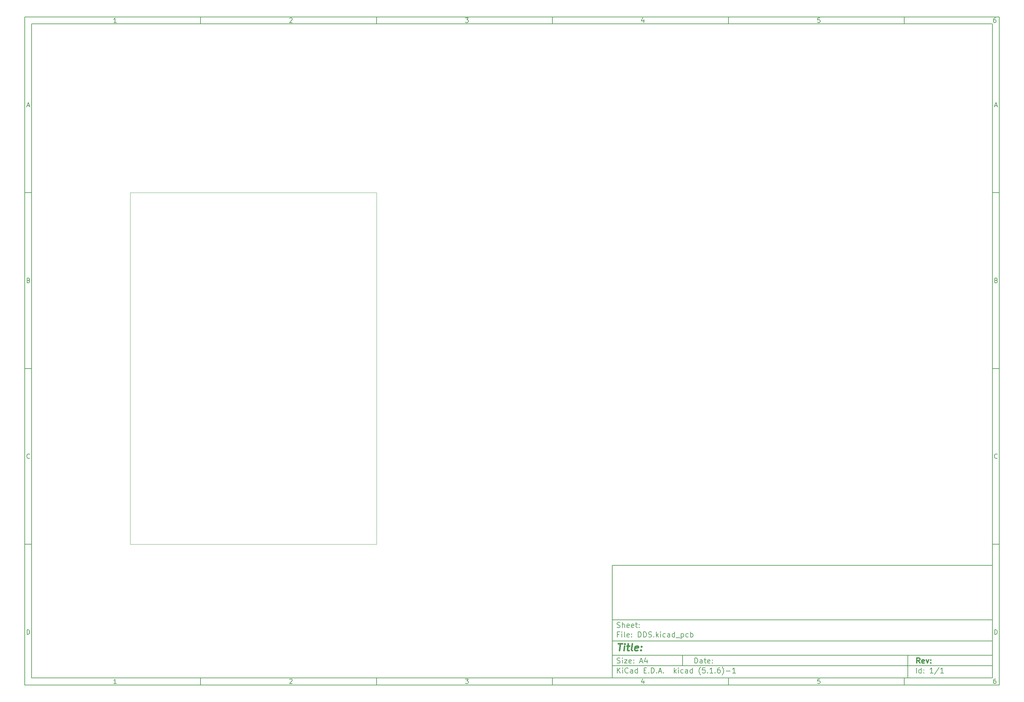
<source format=gbr>
%TF.GenerationSoftware,KiCad,Pcbnew,(5.1.6)-1*%
%TF.CreationDate,2020-10-26T13:42:29-06:00*%
%TF.ProjectId,DDS,4444532e-6b69-4636-9164-5f7063625858,rev?*%
%TF.SameCoordinates,Original*%
%TF.FileFunction,Profile,NP*%
%FSLAX46Y46*%
G04 Gerber Fmt 4.6, Leading zero omitted, Abs format (unit mm)*
G04 Created by KiCad (PCBNEW (5.1.6)-1) date 2020-10-26 13:42:29*
%MOMM*%
%LPD*%
G01*
G04 APERTURE LIST*
%ADD10C,0.100000*%
%ADD11C,0.150000*%
%ADD12C,0.300000*%
%ADD13C,0.400000*%
%TA.AperFunction,Profile*%
%ADD14C,0.050000*%
%TD*%
G04 APERTURE END LIST*
D10*
D11*
X177002200Y-166007200D02*
X177002200Y-198007200D01*
X285002200Y-198007200D01*
X285002200Y-166007200D01*
X177002200Y-166007200D01*
D10*
D11*
X10000000Y-10000000D02*
X10000000Y-200007200D01*
X287002200Y-200007200D01*
X287002200Y-10000000D01*
X10000000Y-10000000D01*
D10*
D11*
X12000000Y-12000000D02*
X12000000Y-198007200D01*
X285002200Y-198007200D01*
X285002200Y-12000000D01*
X12000000Y-12000000D01*
D10*
D11*
X60000000Y-12000000D02*
X60000000Y-10000000D01*
D10*
D11*
X110000000Y-12000000D02*
X110000000Y-10000000D01*
D10*
D11*
X160000000Y-12000000D02*
X160000000Y-10000000D01*
D10*
D11*
X210000000Y-12000000D02*
X210000000Y-10000000D01*
D10*
D11*
X260000000Y-12000000D02*
X260000000Y-10000000D01*
D10*
D11*
X36065476Y-11588095D02*
X35322619Y-11588095D01*
X35694047Y-11588095D02*
X35694047Y-10288095D01*
X35570238Y-10473809D01*
X35446428Y-10597619D01*
X35322619Y-10659523D01*
D10*
D11*
X85322619Y-10411904D02*
X85384523Y-10350000D01*
X85508333Y-10288095D01*
X85817857Y-10288095D01*
X85941666Y-10350000D01*
X86003571Y-10411904D01*
X86065476Y-10535714D01*
X86065476Y-10659523D01*
X86003571Y-10845238D01*
X85260714Y-11588095D01*
X86065476Y-11588095D01*
D10*
D11*
X135260714Y-10288095D02*
X136065476Y-10288095D01*
X135632142Y-10783333D01*
X135817857Y-10783333D01*
X135941666Y-10845238D01*
X136003571Y-10907142D01*
X136065476Y-11030952D01*
X136065476Y-11340476D01*
X136003571Y-11464285D01*
X135941666Y-11526190D01*
X135817857Y-11588095D01*
X135446428Y-11588095D01*
X135322619Y-11526190D01*
X135260714Y-11464285D01*
D10*
D11*
X185941666Y-10721428D02*
X185941666Y-11588095D01*
X185632142Y-10226190D02*
X185322619Y-11154761D01*
X186127380Y-11154761D01*
D10*
D11*
X236003571Y-10288095D02*
X235384523Y-10288095D01*
X235322619Y-10907142D01*
X235384523Y-10845238D01*
X235508333Y-10783333D01*
X235817857Y-10783333D01*
X235941666Y-10845238D01*
X236003571Y-10907142D01*
X236065476Y-11030952D01*
X236065476Y-11340476D01*
X236003571Y-11464285D01*
X235941666Y-11526190D01*
X235817857Y-11588095D01*
X235508333Y-11588095D01*
X235384523Y-11526190D01*
X235322619Y-11464285D01*
D10*
D11*
X285941666Y-10288095D02*
X285694047Y-10288095D01*
X285570238Y-10350000D01*
X285508333Y-10411904D01*
X285384523Y-10597619D01*
X285322619Y-10845238D01*
X285322619Y-11340476D01*
X285384523Y-11464285D01*
X285446428Y-11526190D01*
X285570238Y-11588095D01*
X285817857Y-11588095D01*
X285941666Y-11526190D01*
X286003571Y-11464285D01*
X286065476Y-11340476D01*
X286065476Y-11030952D01*
X286003571Y-10907142D01*
X285941666Y-10845238D01*
X285817857Y-10783333D01*
X285570238Y-10783333D01*
X285446428Y-10845238D01*
X285384523Y-10907142D01*
X285322619Y-11030952D01*
D10*
D11*
X60000000Y-198007200D02*
X60000000Y-200007200D01*
D10*
D11*
X110000000Y-198007200D02*
X110000000Y-200007200D01*
D10*
D11*
X160000000Y-198007200D02*
X160000000Y-200007200D01*
D10*
D11*
X210000000Y-198007200D02*
X210000000Y-200007200D01*
D10*
D11*
X260000000Y-198007200D02*
X260000000Y-200007200D01*
D10*
D11*
X36065476Y-199595295D02*
X35322619Y-199595295D01*
X35694047Y-199595295D02*
X35694047Y-198295295D01*
X35570238Y-198481009D01*
X35446428Y-198604819D01*
X35322619Y-198666723D01*
D10*
D11*
X85322619Y-198419104D02*
X85384523Y-198357200D01*
X85508333Y-198295295D01*
X85817857Y-198295295D01*
X85941666Y-198357200D01*
X86003571Y-198419104D01*
X86065476Y-198542914D01*
X86065476Y-198666723D01*
X86003571Y-198852438D01*
X85260714Y-199595295D01*
X86065476Y-199595295D01*
D10*
D11*
X135260714Y-198295295D02*
X136065476Y-198295295D01*
X135632142Y-198790533D01*
X135817857Y-198790533D01*
X135941666Y-198852438D01*
X136003571Y-198914342D01*
X136065476Y-199038152D01*
X136065476Y-199347676D01*
X136003571Y-199471485D01*
X135941666Y-199533390D01*
X135817857Y-199595295D01*
X135446428Y-199595295D01*
X135322619Y-199533390D01*
X135260714Y-199471485D01*
D10*
D11*
X185941666Y-198728628D02*
X185941666Y-199595295D01*
X185632142Y-198233390D02*
X185322619Y-199161961D01*
X186127380Y-199161961D01*
D10*
D11*
X236003571Y-198295295D02*
X235384523Y-198295295D01*
X235322619Y-198914342D01*
X235384523Y-198852438D01*
X235508333Y-198790533D01*
X235817857Y-198790533D01*
X235941666Y-198852438D01*
X236003571Y-198914342D01*
X236065476Y-199038152D01*
X236065476Y-199347676D01*
X236003571Y-199471485D01*
X235941666Y-199533390D01*
X235817857Y-199595295D01*
X235508333Y-199595295D01*
X235384523Y-199533390D01*
X235322619Y-199471485D01*
D10*
D11*
X285941666Y-198295295D02*
X285694047Y-198295295D01*
X285570238Y-198357200D01*
X285508333Y-198419104D01*
X285384523Y-198604819D01*
X285322619Y-198852438D01*
X285322619Y-199347676D01*
X285384523Y-199471485D01*
X285446428Y-199533390D01*
X285570238Y-199595295D01*
X285817857Y-199595295D01*
X285941666Y-199533390D01*
X286003571Y-199471485D01*
X286065476Y-199347676D01*
X286065476Y-199038152D01*
X286003571Y-198914342D01*
X285941666Y-198852438D01*
X285817857Y-198790533D01*
X285570238Y-198790533D01*
X285446428Y-198852438D01*
X285384523Y-198914342D01*
X285322619Y-199038152D01*
D10*
D11*
X10000000Y-60000000D02*
X12000000Y-60000000D01*
D10*
D11*
X10000000Y-110000000D02*
X12000000Y-110000000D01*
D10*
D11*
X10000000Y-160000000D02*
X12000000Y-160000000D01*
D10*
D11*
X10690476Y-35216666D02*
X11309523Y-35216666D01*
X10566666Y-35588095D02*
X11000000Y-34288095D01*
X11433333Y-35588095D01*
D10*
D11*
X11092857Y-84907142D02*
X11278571Y-84969047D01*
X11340476Y-85030952D01*
X11402380Y-85154761D01*
X11402380Y-85340476D01*
X11340476Y-85464285D01*
X11278571Y-85526190D01*
X11154761Y-85588095D01*
X10659523Y-85588095D01*
X10659523Y-84288095D01*
X11092857Y-84288095D01*
X11216666Y-84350000D01*
X11278571Y-84411904D01*
X11340476Y-84535714D01*
X11340476Y-84659523D01*
X11278571Y-84783333D01*
X11216666Y-84845238D01*
X11092857Y-84907142D01*
X10659523Y-84907142D01*
D10*
D11*
X11402380Y-135464285D02*
X11340476Y-135526190D01*
X11154761Y-135588095D01*
X11030952Y-135588095D01*
X10845238Y-135526190D01*
X10721428Y-135402380D01*
X10659523Y-135278571D01*
X10597619Y-135030952D01*
X10597619Y-134845238D01*
X10659523Y-134597619D01*
X10721428Y-134473809D01*
X10845238Y-134350000D01*
X11030952Y-134288095D01*
X11154761Y-134288095D01*
X11340476Y-134350000D01*
X11402380Y-134411904D01*
D10*
D11*
X10659523Y-185588095D02*
X10659523Y-184288095D01*
X10969047Y-184288095D01*
X11154761Y-184350000D01*
X11278571Y-184473809D01*
X11340476Y-184597619D01*
X11402380Y-184845238D01*
X11402380Y-185030952D01*
X11340476Y-185278571D01*
X11278571Y-185402380D01*
X11154761Y-185526190D01*
X10969047Y-185588095D01*
X10659523Y-185588095D01*
D10*
D11*
X287002200Y-60000000D02*
X285002200Y-60000000D01*
D10*
D11*
X287002200Y-110000000D02*
X285002200Y-110000000D01*
D10*
D11*
X287002200Y-160000000D02*
X285002200Y-160000000D01*
D10*
D11*
X285692676Y-35216666D02*
X286311723Y-35216666D01*
X285568866Y-35588095D02*
X286002200Y-34288095D01*
X286435533Y-35588095D01*
D10*
D11*
X286095057Y-84907142D02*
X286280771Y-84969047D01*
X286342676Y-85030952D01*
X286404580Y-85154761D01*
X286404580Y-85340476D01*
X286342676Y-85464285D01*
X286280771Y-85526190D01*
X286156961Y-85588095D01*
X285661723Y-85588095D01*
X285661723Y-84288095D01*
X286095057Y-84288095D01*
X286218866Y-84350000D01*
X286280771Y-84411904D01*
X286342676Y-84535714D01*
X286342676Y-84659523D01*
X286280771Y-84783333D01*
X286218866Y-84845238D01*
X286095057Y-84907142D01*
X285661723Y-84907142D01*
D10*
D11*
X286404580Y-135464285D02*
X286342676Y-135526190D01*
X286156961Y-135588095D01*
X286033152Y-135588095D01*
X285847438Y-135526190D01*
X285723628Y-135402380D01*
X285661723Y-135278571D01*
X285599819Y-135030952D01*
X285599819Y-134845238D01*
X285661723Y-134597619D01*
X285723628Y-134473809D01*
X285847438Y-134350000D01*
X286033152Y-134288095D01*
X286156961Y-134288095D01*
X286342676Y-134350000D01*
X286404580Y-134411904D01*
D10*
D11*
X285661723Y-185588095D02*
X285661723Y-184288095D01*
X285971247Y-184288095D01*
X286156961Y-184350000D01*
X286280771Y-184473809D01*
X286342676Y-184597619D01*
X286404580Y-184845238D01*
X286404580Y-185030952D01*
X286342676Y-185278571D01*
X286280771Y-185402380D01*
X286156961Y-185526190D01*
X285971247Y-185588095D01*
X285661723Y-185588095D01*
D10*
D11*
X200434342Y-193785771D02*
X200434342Y-192285771D01*
X200791485Y-192285771D01*
X201005771Y-192357200D01*
X201148628Y-192500057D01*
X201220057Y-192642914D01*
X201291485Y-192928628D01*
X201291485Y-193142914D01*
X201220057Y-193428628D01*
X201148628Y-193571485D01*
X201005771Y-193714342D01*
X200791485Y-193785771D01*
X200434342Y-193785771D01*
X202577200Y-193785771D02*
X202577200Y-193000057D01*
X202505771Y-192857200D01*
X202362914Y-192785771D01*
X202077200Y-192785771D01*
X201934342Y-192857200D01*
X202577200Y-193714342D02*
X202434342Y-193785771D01*
X202077200Y-193785771D01*
X201934342Y-193714342D01*
X201862914Y-193571485D01*
X201862914Y-193428628D01*
X201934342Y-193285771D01*
X202077200Y-193214342D01*
X202434342Y-193214342D01*
X202577200Y-193142914D01*
X203077200Y-192785771D02*
X203648628Y-192785771D01*
X203291485Y-192285771D02*
X203291485Y-193571485D01*
X203362914Y-193714342D01*
X203505771Y-193785771D01*
X203648628Y-193785771D01*
X204720057Y-193714342D02*
X204577200Y-193785771D01*
X204291485Y-193785771D01*
X204148628Y-193714342D01*
X204077200Y-193571485D01*
X204077200Y-193000057D01*
X204148628Y-192857200D01*
X204291485Y-192785771D01*
X204577200Y-192785771D01*
X204720057Y-192857200D01*
X204791485Y-193000057D01*
X204791485Y-193142914D01*
X204077200Y-193285771D01*
X205434342Y-193642914D02*
X205505771Y-193714342D01*
X205434342Y-193785771D01*
X205362914Y-193714342D01*
X205434342Y-193642914D01*
X205434342Y-193785771D01*
X205434342Y-192857200D02*
X205505771Y-192928628D01*
X205434342Y-193000057D01*
X205362914Y-192928628D01*
X205434342Y-192857200D01*
X205434342Y-193000057D01*
D10*
D11*
X177002200Y-194507200D02*
X285002200Y-194507200D01*
D10*
D11*
X178434342Y-196585771D02*
X178434342Y-195085771D01*
X179291485Y-196585771D02*
X178648628Y-195728628D01*
X179291485Y-195085771D02*
X178434342Y-195942914D01*
X179934342Y-196585771D02*
X179934342Y-195585771D01*
X179934342Y-195085771D02*
X179862914Y-195157200D01*
X179934342Y-195228628D01*
X180005771Y-195157200D01*
X179934342Y-195085771D01*
X179934342Y-195228628D01*
X181505771Y-196442914D02*
X181434342Y-196514342D01*
X181220057Y-196585771D01*
X181077200Y-196585771D01*
X180862914Y-196514342D01*
X180720057Y-196371485D01*
X180648628Y-196228628D01*
X180577200Y-195942914D01*
X180577200Y-195728628D01*
X180648628Y-195442914D01*
X180720057Y-195300057D01*
X180862914Y-195157200D01*
X181077200Y-195085771D01*
X181220057Y-195085771D01*
X181434342Y-195157200D01*
X181505771Y-195228628D01*
X182791485Y-196585771D02*
X182791485Y-195800057D01*
X182720057Y-195657200D01*
X182577200Y-195585771D01*
X182291485Y-195585771D01*
X182148628Y-195657200D01*
X182791485Y-196514342D02*
X182648628Y-196585771D01*
X182291485Y-196585771D01*
X182148628Y-196514342D01*
X182077200Y-196371485D01*
X182077200Y-196228628D01*
X182148628Y-196085771D01*
X182291485Y-196014342D01*
X182648628Y-196014342D01*
X182791485Y-195942914D01*
X184148628Y-196585771D02*
X184148628Y-195085771D01*
X184148628Y-196514342D02*
X184005771Y-196585771D01*
X183720057Y-196585771D01*
X183577200Y-196514342D01*
X183505771Y-196442914D01*
X183434342Y-196300057D01*
X183434342Y-195871485D01*
X183505771Y-195728628D01*
X183577200Y-195657200D01*
X183720057Y-195585771D01*
X184005771Y-195585771D01*
X184148628Y-195657200D01*
X186005771Y-195800057D02*
X186505771Y-195800057D01*
X186720057Y-196585771D02*
X186005771Y-196585771D01*
X186005771Y-195085771D01*
X186720057Y-195085771D01*
X187362914Y-196442914D02*
X187434342Y-196514342D01*
X187362914Y-196585771D01*
X187291485Y-196514342D01*
X187362914Y-196442914D01*
X187362914Y-196585771D01*
X188077200Y-196585771D02*
X188077200Y-195085771D01*
X188434342Y-195085771D01*
X188648628Y-195157200D01*
X188791485Y-195300057D01*
X188862914Y-195442914D01*
X188934342Y-195728628D01*
X188934342Y-195942914D01*
X188862914Y-196228628D01*
X188791485Y-196371485D01*
X188648628Y-196514342D01*
X188434342Y-196585771D01*
X188077200Y-196585771D01*
X189577200Y-196442914D02*
X189648628Y-196514342D01*
X189577200Y-196585771D01*
X189505771Y-196514342D01*
X189577200Y-196442914D01*
X189577200Y-196585771D01*
X190220057Y-196157200D02*
X190934342Y-196157200D01*
X190077200Y-196585771D02*
X190577200Y-195085771D01*
X191077200Y-196585771D01*
X191577200Y-196442914D02*
X191648628Y-196514342D01*
X191577200Y-196585771D01*
X191505771Y-196514342D01*
X191577200Y-196442914D01*
X191577200Y-196585771D01*
X194577200Y-196585771D02*
X194577200Y-195085771D01*
X194720057Y-196014342D02*
X195148628Y-196585771D01*
X195148628Y-195585771D02*
X194577200Y-196157200D01*
X195791485Y-196585771D02*
X195791485Y-195585771D01*
X195791485Y-195085771D02*
X195720057Y-195157200D01*
X195791485Y-195228628D01*
X195862914Y-195157200D01*
X195791485Y-195085771D01*
X195791485Y-195228628D01*
X197148628Y-196514342D02*
X197005771Y-196585771D01*
X196720057Y-196585771D01*
X196577200Y-196514342D01*
X196505771Y-196442914D01*
X196434342Y-196300057D01*
X196434342Y-195871485D01*
X196505771Y-195728628D01*
X196577200Y-195657200D01*
X196720057Y-195585771D01*
X197005771Y-195585771D01*
X197148628Y-195657200D01*
X198434342Y-196585771D02*
X198434342Y-195800057D01*
X198362914Y-195657200D01*
X198220057Y-195585771D01*
X197934342Y-195585771D01*
X197791485Y-195657200D01*
X198434342Y-196514342D02*
X198291485Y-196585771D01*
X197934342Y-196585771D01*
X197791485Y-196514342D01*
X197720057Y-196371485D01*
X197720057Y-196228628D01*
X197791485Y-196085771D01*
X197934342Y-196014342D01*
X198291485Y-196014342D01*
X198434342Y-195942914D01*
X199791485Y-196585771D02*
X199791485Y-195085771D01*
X199791485Y-196514342D02*
X199648628Y-196585771D01*
X199362914Y-196585771D01*
X199220057Y-196514342D01*
X199148628Y-196442914D01*
X199077200Y-196300057D01*
X199077200Y-195871485D01*
X199148628Y-195728628D01*
X199220057Y-195657200D01*
X199362914Y-195585771D01*
X199648628Y-195585771D01*
X199791485Y-195657200D01*
X202077200Y-197157200D02*
X202005771Y-197085771D01*
X201862914Y-196871485D01*
X201791485Y-196728628D01*
X201720057Y-196514342D01*
X201648628Y-196157200D01*
X201648628Y-195871485D01*
X201720057Y-195514342D01*
X201791485Y-195300057D01*
X201862914Y-195157200D01*
X202005771Y-194942914D01*
X202077200Y-194871485D01*
X203362914Y-195085771D02*
X202648628Y-195085771D01*
X202577200Y-195800057D01*
X202648628Y-195728628D01*
X202791485Y-195657200D01*
X203148628Y-195657200D01*
X203291485Y-195728628D01*
X203362914Y-195800057D01*
X203434342Y-195942914D01*
X203434342Y-196300057D01*
X203362914Y-196442914D01*
X203291485Y-196514342D01*
X203148628Y-196585771D01*
X202791485Y-196585771D01*
X202648628Y-196514342D01*
X202577200Y-196442914D01*
X204077200Y-196442914D02*
X204148628Y-196514342D01*
X204077200Y-196585771D01*
X204005771Y-196514342D01*
X204077200Y-196442914D01*
X204077200Y-196585771D01*
X205577200Y-196585771D02*
X204720057Y-196585771D01*
X205148628Y-196585771D02*
X205148628Y-195085771D01*
X205005771Y-195300057D01*
X204862914Y-195442914D01*
X204720057Y-195514342D01*
X206220057Y-196442914D02*
X206291485Y-196514342D01*
X206220057Y-196585771D01*
X206148628Y-196514342D01*
X206220057Y-196442914D01*
X206220057Y-196585771D01*
X207577200Y-195085771D02*
X207291485Y-195085771D01*
X207148628Y-195157200D01*
X207077200Y-195228628D01*
X206934342Y-195442914D01*
X206862914Y-195728628D01*
X206862914Y-196300057D01*
X206934342Y-196442914D01*
X207005771Y-196514342D01*
X207148628Y-196585771D01*
X207434342Y-196585771D01*
X207577200Y-196514342D01*
X207648628Y-196442914D01*
X207720057Y-196300057D01*
X207720057Y-195942914D01*
X207648628Y-195800057D01*
X207577200Y-195728628D01*
X207434342Y-195657200D01*
X207148628Y-195657200D01*
X207005771Y-195728628D01*
X206934342Y-195800057D01*
X206862914Y-195942914D01*
X208220057Y-197157200D02*
X208291485Y-197085771D01*
X208434342Y-196871485D01*
X208505771Y-196728628D01*
X208577200Y-196514342D01*
X208648628Y-196157200D01*
X208648628Y-195871485D01*
X208577200Y-195514342D01*
X208505771Y-195300057D01*
X208434342Y-195157200D01*
X208291485Y-194942914D01*
X208220057Y-194871485D01*
X209362914Y-196014342D02*
X210505771Y-196014342D01*
X212005771Y-196585771D02*
X211148628Y-196585771D01*
X211577200Y-196585771D02*
X211577200Y-195085771D01*
X211434342Y-195300057D01*
X211291485Y-195442914D01*
X211148628Y-195514342D01*
D10*
D11*
X177002200Y-191507200D02*
X285002200Y-191507200D01*
D10*
D12*
X264411485Y-193785771D02*
X263911485Y-193071485D01*
X263554342Y-193785771D02*
X263554342Y-192285771D01*
X264125771Y-192285771D01*
X264268628Y-192357200D01*
X264340057Y-192428628D01*
X264411485Y-192571485D01*
X264411485Y-192785771D01*
X264340057Y-192928628D01*
X264268628Y-193000057D01*
X264125771Y-193071485D01*
X263554342Y-193071485D01*
X265625771Y-193714342D02*
X265482914Y-193785771D01*
X265197200Y-193785771D01*
X265054342Y-193714342D01*
X264982914Y-193571485D01*
X264982914Y-193000057D01*
X265054342Y-192857200D01*
X265197200Y-192785771D01*
X265482914Y-192785771D01*
X265625771Y-192857200D01*
X265697200Y-193000057D01*
X265697200Y-193142914D01*
X264982914Y-193285771D01*
X266197200Y-192785771D02*
X266554342Y-193785771D01*
X266911485Y-192785771D01*
X267482914Y-193642914D02*
X267554342Y-193714342D01*
X267482914Y-193785771D01*
X267411485Y-193714342D01*
X267482914Y-193642914D01*
X267482914Y-193785771D01*
X267482914Y-192857200D02*
X267554342Y-192928628D01*
X267482914Y-193000057D01*
X267411485Y-192928628D01*
X267482914Y-192857200D01*
X267482914Y-193000057D01*
D10*
D11*
X178362914Y-193714342D02*
X178577200Y-193785771D01*
X178934342Y-193785771D01*
X179077200Y-193714342D01*
X179148628Y-193642914D01*
X179220057Y-193500057D01*
X179220057Y-193357200D01*
X179148628Y-193214342D01*
X179077200Y-193142914D01*
X178934342Y-193071485D01*
X178648628Y-193000057D01*
X178505771Y-192928628D01*
X178434342Y-192857200D01*
X178362914Y-192714342D01*
X178362914Y-192571485D01*
X178434342Y-192428628D01*
X178505771Y-192357200D01*
X178648628Y-192285771D01*
X179005771Y-192285771D01*
X179220057Y-192357200D01*
X179862914Y-193785771D02*
X179862914Y-192785771D01*
X179862914Y-192285771D02*
X179791485Y-192357200D01*
X179862914Y-192428628D01*
X179934342Y-192357200D01*
X179862914Y-192285771D01*
X179862914Y-192428628D01*
X180434342Y-192785771D02*
X181220057Y-192785771D01*
X180434342Y-193785771D01*
X181220057Y-193785771D01*
X182362914Y-193714342D02*
X182220057Y-193785771D01*
X181934342Y-193785771D01*
X181791485Y-193714342D01*
X181720057Y-193571485D01*
X181720057Y-193000057D01*
X181791485Y-192857200D01*
X181934342Y-192785771D01*
X182220057Y-192785771D01*
X182362914Y-192857200D01*
X182434342Y-193000057D01*
X182434342Y-193142914D01*
X181720057Y-193285771D01*
X183077200Y-193642914D02*
X183148628Y-193714342D01*
X183077200Y-193785771D01*
X183005771Y-193714342D01*
X183077200Y-193642914D01*
X183077200Y-193785771D01*
X183077200Y-192857200D02*
X183148628Y-192928628D01*
X183077200Y-193000057D01*
X183005771Y-192928628D01*
X183077200Y-192857200D01*
X183077200Y-193000057D01*
X184862914Y-193357200D02*
X185577200Y-193357200D01*
X184720057Y-193785771D02*
X185220057Y-192285771D01*
X185720057Y-193785771D01*
X186862914Y-192785771D02*
X186862914Y-193785771D01*
X186505771Y-192214342D02*
X186148628Y-193285771D01*
X187077200Y-193285771D01*
D10*
D11*
X263434342Y-196585771D02*
X263434342Y-195085771D01*
X264791485Y-196585771D02*
X264791485Y-195085771D01*
X264791485Y-196514342D02*
X264648628Y-196585771D01*
X264362914Y-196585771D01*
X264220057Y-196514342D01*
X264148628Y-196442914D01*
X264077200Y-196300057D01*
X264077200Y-195871485D01*
X264148628Y-195728628D01*
X264220057Y-195657200D01*
X264362914Y-195585771D01*
X264648628Y-195585771D01*
X264791485Y-195657200D01*
X265505771Y-196442914D02*
X265577200Y-196514342D01*
X265505771Y-196585771D01*
X265434342Y-196514342D01*
X265505771Y-196442914D01*
X265505771Y-196585771D01*
X265505771Y-195657200D02*
X265577200Y-195728628D01*
X265505771Y-195800057D01*
X265434342Y-195728628D01*
X265505771Y-195657200D01*
X265505771Y-195800057D01*
X268148628Y-196585771D02*
X267291485Y-196585771D01*
X267720057Y-196585771D02*
X267720057Y-195085771D01*
X267577200Y-195300057D01*
X267434342Y-195442914D01*
X267291485Y-195514342D01*
X269862914Y-195014342D02*
X268577200Y-196942914D01*
X271148628Y-196585771D02*
X270291485Y-196585771D01*
X270720057Y-196585771D02*
X270720057Y-195085771D01*
X270577200Y-195300057D01*
X270434342Y-195442914D01*
X270291485Y-195514342D01*
D10*
D11*
X177002200Y-187507200D02*
X285002200Y-187507200D01*
D10*
D13*
X178714580Y-188211961D02*
X179857438Y-188211961D01*
X179036009Y-190211961D02*
X179286009Y-188211961D01*
X180274104Y-190211961D02*
X180440771Y-188878628D01*
X180524104Y-188211961D02*
X180416961Y-188307200D01*
X180500295Y-188402438D01*
X180607438Y-188307200D01*
X180524104Y-188211961D01*
X180500295Y-188402438D01*
X181107438Y-188878628D02*
X181869342Y-188878628D01*
X181476485Y-188211961D02*
X181262200Y-189926247D01*
X181333628Y-190116723D01*
X181512200Y-190211961D01*
X181702676Y-190211961D01*
X182655057Y-190211961D02*
X182476485Y-190116723D01*
X182405057Y-189926247D01*
X182619342Y-188211961D01*
X184190771Y-190116723D02*
X183988390Y-190211961D01*
X183607438Y-190211961D01*
X183428866Y-190116723D01*
X183357438Y-189926247D01*
X183452676Y-189164342D01*
X183571723Y-188973866D01*
X183774104Y-188878628D01*
X184155057Y-188878628D01*
X184333628Y-188973866D01*
X184405057Y-189164342D01*
X184381247Y-189354819D01*
X183405057Y-189545295D01*
X185155057Y-190021485D02*
X185238390Y-190116723D01*
X185131247Y-190211961D01*
X185047914Y-190116723D01*
X185155057Y-190021485D01*
X185131247Y-190211961D01*
X185286009Y-188973866D02*
X185369342Y-189069104D01*
X185262200Y-189164342D01*
X185178866Y-189069104D01*
X185286009Y-188973866D01*
X185262200Y-189164342D01*
D10*
D11*
X178934342Y-185600057D02*
X178434342Y-185600057D01*
X178434342Y-186385771D02*
X178434342Y-184885771D01*
X179148628Y-184885771D01*
X179720057Y-186385771D02*
X179720057Y-185385771D01*
X179720057Y-184885771D02*
X179648628Y-184957200D01*
X179720057Y-185028628D01*
X179791485Y-184957200D01*
X179720057Y-184885771D01*
X179720057Y-185028628D01*
X180648628Y-186385771D02*
X180505771Y-186314342D01*
X180434342Y-186171485D01*
X180434342Y-184885771D01*
X181791485Y-186314342D02*
X181648628Y-186385771D01*
X181362914Y-186385771D01*
X181220057Y-186314342D01*
X181148628Y-186171485D01*
X181148628Y-185600057D01*
X181220057Y-185457200D01*
X181362914Y-185385771D01*
X181648628Y-185385771D01*
X181791485Y-185457200D01*
X181862914Y-185600057D01*
X181862914Y-185742914D01*
X181148628Y-185885771D01*
X182505771Y-186242914D02*
X182577200Y-186314342D01*
X182505771Y-186385771D01*
X182434342Y-186314342D01*
X182505771Y-186242914D01*
X182505771Y-186385771D01*
X182505771Y-185457200D02*
X182577200Y-185528628D01*
X182505771Y-185600057D01*
X182434342Y-185528628D01*
X182505771Y-185457200D01*
X182505771Y-185600057D01*
X184362914Y-186385771D02*
X184362914Y-184885771D01*
X184720057Y-184885771D01*
X184934342Y-184957200D01*
X185077200Y-185100057D01*
X185148628Y-185242914D01*
X185220057Y-185528628D01*
X185220057Y-185742914D01*
X185148628Y-186028628D01*
X185077200Y-186171485D01*
X184934342Y-186314342D01*
X184720057Y-186385771D01*
X184362914Y-186385771D01*
X185862914Y-186385771D02*
X185862914Y-184885771D01*
X186220057Y-184885771D01*
X186434342Y-184957200D01*
X186577200Y-185100057D01*
X186648628Y-185242914D01*
X186720057Y-185528628D01*
X186720057Y-185742914D01*
X186648628Y-186028628D01*
X186577200Y-186171485D01*
X186434342Y-186314342D01*
X186220057Y-186385771D01*
X185862914Y-186385771D01*
X187291485Y-186314342D02*
X187505771Y-186385771D01*
X187862914Y-186385771D01*
X188005771Y-186314342D01*
X188077200Y-186242914D01*
X188148628Y-186100057D01*
X188148628Y-185957200D01*
X188077200Y-185814342D01*
X188005771Y-185742914D01*
X187862914Y-185671485D01*
X187577200Y-185600057D01*
X187434342Y-185528628D01*
X187362914Y-185457200D01*
X187291485Y-185314342D01*
X187291485Y-185171485D01*
X187362914Y-185028628D01*
X187434342Y-184957200D01*
X187577200Y-184885771D01*
X187934342Y-184885771D01*
X188148628Y-184957200D01*
X188791485Y-186242914D02*
X188862914Y-186314342D01*
X188791485Y-186385771D01*
X188720057Y-186314342D01*
X188791485Y-186242914D01*
X188791485Y-186385771D01*
X189505771Y-186385771D02*
X189505771Y-184885771D01*
X189648628Y-185814342D02*
X190077200Y-186385771D01*
X190077200Y-185385771D02*
X189505771Y-185957200D01*
X190720057Y-186385771D02*
X190720057Y-185385771D01*
X190720057Y-184885771D02*
X190648628Y-184957200D01*
X190720057Y-185028628D01*
X190791485Y-184957200D01*
X190720057Y-184885771D01*
X190720057Y-185028628D01*
X192077200Y-186314342D02*
X191934342Y-186385771D01*
X191648628Y-186385771D01*
X191505771Y-186314342D01*
X191434342Y-186242914D01*
X191362914Y-186100057D01*
X191362914Y-185671485D01*
X191434342Y-185528628D01*
X191505771Y-185457200D01*
X191648628Y-185385771D01*
X191934342Y-185385771D01*
X192077200Y-185457200D01*
X193362914Y-186385771D02*
X193362914Y-185600057D01*
X193291485Y-185457200D01*
X193148628Y-185385771D01*
X192862914Y-185385771D01*
X192720057Y-185457200D01*
X193362914Y-186314342D02*
X193220057Y-186385771D01*
X192862914Y-186385771D01*
X192720057Y-186314342D01*
X192648628Y-186171485D01*
X192648628Y-186028628D01*
X192720057Y-185885771D01*
X192862914Y-185814342D01*
X193220057Y-185814342D01*
X193362914Y-185742914D01*
X194720057Y-186385771D02*
X194720057Y-184885771D01*
X194720057Y-186314342D02*
X194577200Y-186385771D01*
X194291485Y-186385771D01*
X194148628Y-186314342D01*
X194077200Y-186242914D01*
X194005771Y-186100057D01*
X194005771Y-185671485D01*
X194077200Y-185528628D01*
X194148628Y-185457200D01*
X194291485Y-185385771D01*
X194577200Y-185385771D01*
X194720057Y-185457200D01*
X195077200Y-186528628D02*
X196220057Y-186528628D01*
X196577200Y-185385771D02*
X196577200Y-186885771D01*
X196577200Y-185457200D02*
X196720057Y-185385771D01*
X197005771Y-185385771D01*
X197148628Y-185457200D01*
X197220057Y-185528628D01*
X197291485Y-185671485D01*
X197291485Y-186100057D01*
X197220057Y-186242914D01*
X197148628Y-186314342D01*
X197005771Y-186385771D01*
X196720057Y-186385771D01*
X196577200Y-186314342D01*
X198577200Y-186314342D02*
X198434342Y-186385771D01*
X198148628Y-186385771D01*
X198005771Y-186314342D01*
X197934342Y-186242914D01*
X197862914Y-186100057D01*
X197862914Y-185671485D01*
X197934342Y-185528628D01*
X198005771Y-185457200D01*
X198148628Y-185385771D01*
X198434342Y-185385771D01*
X198577200Y-185457200D01*
X199220057Y-186385771D02*
X199220057Y-184885771D01*
X199220057Y-185457200D02*
X199362914Y-185385771D01*
X199648628Y-185385771D01*
X199791485Y-185457200D01*
X199862914Y-185528628D01*
X199934342Y-185671485D01*
X199934342Y-186100057D01*
X199862914Y-186242914D01*
X199791485Y-186314342D01*
X199648628Y-186385771D01*
X199362914Y-186385771D01*
X199220057Y-186314342D01*
D10*
D11*
X177002200Y-181507200D02*
X285002200Y-181507200D01*
D10*
D11*
X178362914Y-183614342D02*
X178577200Y-183685771D01*
X178934342Y-183685771D01*
X179077200Y-183614342D01*
X179148628Y-183542914D01*
X179220057Y-183400057D01*
X179220057Y-183257200D01*
X179148628Y-183114342D01*
X179077200Y-183042914D01*
X178934342Y-182971485D01*
X178648628Y-182900057D01*
X178505771Y-182828628D01*
X178434342Y-182757200D01*
X178362914Y-182614342D01*
X178362914Y-182471485D01*
X178434342Y-182328628D01*
X178505771Y-182257200D01*
X178648628Y-182185771D01*
X179005771Y-182185771D01*
X179220057Y-182257200D01*
X179862914Y-183685771D02*
X179862914Y-182185771D01*
X180505771Y-183685771D02*
X180505771Y-182900057D01*
X180434342Y-182757200D01*
X180291485Y-182685771D01*
X180077200Y-182685771D01*
X179934342Y-182757200D01*
X179862914Y-182828628D01*
X181791485Y-183614342D02*
X181648628Y-183685771D01*
X181362914Y-183685771D01*
X181220057Y-183614342D01*
X181148628Y-183471485D01*
X181148628Y-182900057D01*
X181220057Y-182757200D01*
X181362914Y-182685771D01*
X181648628Y-182685771D01*
X181791485Y-182757200D01*
X181862914Y-182900057D01*
X181862914Y-183042914D01*
X181148628Y-183185771D01*
X183077200Y-183614342D02*
X182934342Y-183685771D01*
X182648628Y-183685771D01*
X182505771Y-183614342D01*
X182434342Y-183471485D01*
X182434342Y-182900057D01*
X182505771Y-182757200D01*
X182648628Y-182685771D01*
X182934342Y-182685771D01*
X183077200Y-182757200D01*
X183148628Y-182900057D01*
X183148628Y-183042914D01*
X182434342Y-183185771D01*
X183577200Y-182685771D02*
X184148628Y-182685771D01*
X183791485Y-182185771D02*
X183791485Y-183471485D01*
X183862914Y-183614342D01*
X184005771Y-183685771D01*
X184148628Y-183685771D01*
X184648628Y-183542914D02*
X184720057Y-183614342D01*
X184648628Y-183685771D01*
X184577200Y-183614342D01*
X184648628Y-183542914D01*
X184648628Y-183685771D01*
X184648628Y-182757200D02*
X184720057Y-182828628D01*
X184648628Y-182900057D01*
X184577200Y-182828628D01*
X184648628Y-182757200D01*
X184648628Y-182900057D01*
D10*
D11*
X197002200Y-191507200D02*
X197002200Y-194507200D01*
D10*
D11*
X261002200Y-191507200D02*
X261002200Y-198007200D01*
D14*
X40000000Y-160000000D02*
X40000000Y-60000000D01*
X110000000Y-60000000D02*
X110000000Y-160000000D01*
X40000000Y-60000000D02*
X110000000Y-60000000D01*
X40000000Y-160000000D02*
X110000000Y-160000000D01*
M02*

</source>
